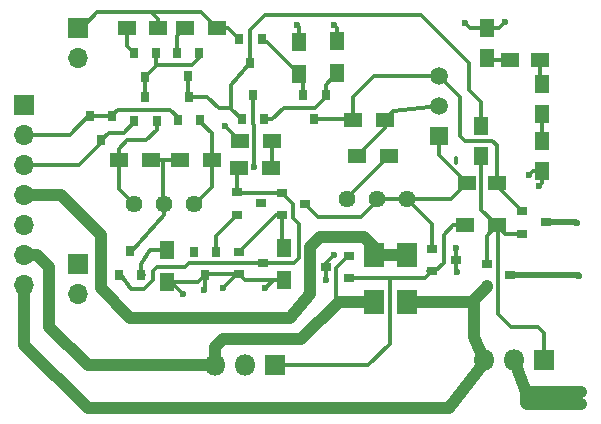
<source format=gbr>
G04 #@! TF.FileFunction,Copper,L1,Top,Signal*
%FSLAX46Y46*%
G04 Gerber Fmt 4.6, Leading zero omitted, Abs format (unit mm)*
G04 Created by KiCad (PCBNEW 4.0.7) date 01/09/23 23:27:53*
%MOMM*%
%LPD*%
G01*
G04 APERTURE LIST*
%ADD10C,0.100000*%
%ADD11R,1.700000X1.700000*%
%ADD12O,1.700000X1.700000*%
%ADD13R,1.800000X1.800000*%
%ADD14O,1.800000X1.800000*%
%ADD15R,0.800000X0.900000*%
%ADD16R,1.250000X1.500000*%
%ADD17R,1.500000X1.250000*%
%ADD18R,0.900000X0.800000*%
%ADD19C,1.440000*%
%ADD20R,1.500000X1.300000*%
%ADD21R,1.300000X1.500000*%
%ADD22C,1.520000*%
%ADD23R,1.520000X1.520000*%
%ADD24R,1.700000X2.000000*%
%ADD25C,0.600000*%
%ADD26C,0.350000*%
%ADD27C,1.000000*%
%ADD28C,0.500000*%
G04 APERTURE END LIST*
D10*
D11*
X53000000Y-65500000D03*
D12*
X53000000Y-68040000D03*
X53000000Y-70580000D03*
X53000000Y-73120000D03*
X53000000Y-75660000D03*
X53000000Y-78200000D03*
X53000000Y-80740000D03*
D13*
X74260000Y-87560000D03*
D14*
X71720000Y-87560000D03*
X69180000Y-87560000D03*
D15*
X67825000Y-61100000D03*
X65925000Y-61100000D03*
X66875000Y-63100000D03*
D16*
X92200000Y-59000000D03*
X92200000Y-61500000D03*
D17*
X94150000Y-61700000D03*
X96650000Y-61700000D03*
D16*
X96800000Y-63750000D03*
X96800000Y-66250000D03*
X96800000Y-68600000D03*
X96800000Y-71100000D03*
D17*
X93000000Y-72150000D03*
X90500000Y-72150000D03*
D16*
X91700000Y-67300000D03*
X91700000Y-69800000D03*
D18*
X71025000Y-72900000D03*
X71025000Y-74800000D03*
X73025000Y-73850000D03*
D15*
X69225000Y-77950000D03*
X67325000Y-77950000D03*
X68275000Y-79950000D03*
X66000000Y-66800000D03*
X67900000Y-66800000D03*
X66950000Y-64800000D03*
X61000000Y-79880000D03*
X62900000Y-79880000D03*
X61950000Y-77880000D03*
X64175000Y-61150000D03*
X62275000Y-61150000D03*
X63225000Y-63150000D03*
X62300000Y-66850000D03*
X64200000Y-66850000D03*
X63250000Y-64850000D03*
X71400000Y-66700000D03*
X73300000Y-66700000D03*
X72350000Y-64700000D03*
D18*
X71175000Y-77925000D03*
X71175000Y-79825000D03*
X73175000Y-78875000D03*
D15*
X78500000Y-64700000D03*
X76600000Y-64700000D03*
X77550000Y-66700000D03*
D18*
X74775000Y-72925000D03*
X74775000Y-74825000D03*
X76775000Y-73875000D03*
X95150000Y-74500000D03*
X95150000Y-76400000D03*
X97150000Y-75450000D03*
X87510000Y-77700000D03*
X87510000Y-79600000D03*
X89510000Y-78650000D03*
X92150000Y-78975000D03*
X92150000Y-80875000D03*
X94150000Y-79925000D03*
X80520000Y-80180000D03*
X80520000Y-78280000D03*
X78520000Y-79230000D03*
D19*
X62300000Y-73900000D03*
X64840000Y-73900000D03*
X67380000Y-73900000D03*
X80300000Y-73500000D03*
X82840000Y-73500000D03*
X85380000Y-73500000D03*
D20*
X69300000Y-59020000D03*
X66600000Y-59020000D03*
D21*
X65100000Y-77825000D03*
X65100000Y-80525000D03*
D20*
X64350000Y-59000000D03*
X61650000Y-59000000D03*
D21*
X79500000Y-60100000D03*
X79500000Y-62800000D03*
D20*
X71250000Y-68550000D03*
X73950000Y-68550000D03*
X73850000Y-70825000D03*
X71150000Y-70825000D03*
D21*
X76250000Y-60200000D03*
X76250000Y-62900000D03*
D20*
X80800000Y-66750000D03*
X83500000Y-66750000D03*
X81150000Y-69800000D03*
X83850000Y-69800000D03*
X93025000Y-75700000D03*
X90325000Y-75700000D03*
D15*
X60450000Y-66475000D03*
X58550000Y-66475000D03*
X59500000Y-68475000D03*
D21*
X75000000Y-77600000D03*
X75000000Y-80300000D03*
D11*
X57500000Y-79000000D03*
D12*
X57500000Y-81540000D03*
D11*
X57500000Y-59000000D03*
D12*
X57500000Y-61540000D03*
D20*
X66150000Y-70150000D03*
X68850000Y-70150000D03*
X61000000Y-70150000D03*
X63700000Y-70150000D03*
D22*
X88130000Y-65590000D03*
X88130000Y-63050000D03*
D23*
X88130000Y-68130000D03*
D13*
X97028000Y-87122000D03*
D14*
X94488000Y-87122000D03*
X91948000Y-87122000D03*
D24*
X85400000Y-82200000D03*
X85400000Y-78200000D03*
X82570000Y-78190000D03*
X82570000Y-82190000D03*
D15*
X73086000Y-59960000D03*
X71186000Y-59960000D03*
X72136000Y-61960000D03*
D25*
X100140000Y-90870000D03*
X100140000Y-89820000D03*
X99750000Y-75470000D03*
X100000000Y-80000000D03*
X79250000Y-58750000D03*
X76100000Y-58750000D03*
X70000000Y-67300000D03*
X90300000Y-58600000D03*
X93700000Y-58500000D03*
X78580000Y-80350000D03*
X79180000Y-78230000D03*
X89610000Y-79630000D03*
X89540000Y-77600000D03*
X72450000Y-70750000D03*
X73400000Y-81000000D03*
X95700000Y-71450000D03*
X96550000Y-72350000D03*
X66400000Y-81550000D03*
X68250000Y-81200000D03*
X69850000Y-81000000D03*
D26*
X89575000Y-70025000D02*
X89575000Y-70400000D01*
X63246000Y-57658000D02*
X67938000Y-57658000D01*
X67938000Y-57658000D02*
X69300000Y-59020000D01*
X57500000Y-59000000D02*
X57840000Y-59000000D01*
X57840000Y-59000000D02*
X59182000Y-57658000D01*
X59182000Y-57658000D02*
X63246000Y-57658000D01*
X63246000Y-57658000D02*
X63754000Y-57658000D01*
X63754000Y-57658000D02*
X64350000Y-58254000D01*
X64350000Y-58254000D02*
X64350000Y-59000000D01*
X69300000Y-59020000D02*
X70246000Y-59020000D01*
X70246000Y-59020000D02*
X71186000Y-59960000D01*
D27*
X95460000Y-89790000D02*
X95460000Y-90770000D01*
X95560000Y-90870000D02*
X100140000Y-90870000D01*
X95460000Y-90770000D02*
X95560000Y-90870000D01*
X94488000Y-87122000D02*
X95460000Y-89790000D01*
X95490000Y-89820000D02*
X100140000Y-89820000D01*
X95460000Y-89790000D02*
X95490000Y-89820000D01*
D28*
X97150000Y-75450000D02*
X99730000Y-75450000D01*
X99730000Y-75450000D02*
X99750000Y-75470000D01*
X94150000Y-79925000D02*
X99925000Y-79925000D01*
X99925000Y-79925000D02*
X100000000Y-80000000D01*
D26*
X79500000Y-60100000D02*
X79500000Y-59000000D01*
X79500000Y-59000000D02*
X79250000Y-58750000D01*
X76250000Y-60200000D02*
X76250000Y-58900000D01*
X76250000Y-58900000D02*
X76100000Y-58750000D01*
X71250000Y-68550000D02*
X70000000Y-67300000D01*
X92200000Y-59000000D02*
X90700000Y-59000000D01*
X90700000Y-59000000D02*
X90300000Y-58600000D01*
X92200000Y-59000000D02*
X93200000Y-59000000D01*
X93200000Y-59000000D02*
X93700000Y-58500000D01*
X94150000Y-61700000D02*
X92400000Y-61700000D01*
X92400000Y-61700000D02*
X92200000Y-61500000D01*
X96650000Y-61700000D02*
X96650000Y-63600000D01*
X96650000Y-63600000D02*
X96800000Y-63750000D01*
X96800000Y-66250000D02*
X96800000Y-68600000D01*
X78520000Y-79230000D02*
X78520000Y-80290000D01*
X78520000Y-80290000D02*
X78580000Y-80350000D01*
X78520000Y-79230000D02*
X78520000Y-78890000D01*
X78520000Y-78890000D02*
X79180000Y-78230000D01*
X89510000Y-78650000D02*
X89510000Y-79530000D01*
X89510000Y-79530000D02*
X89610000Y-79630000D01*
X89510000Y-78650000D02*
X89510000Y-77630000D01*
X89510000Y-77630000D02*
X89540000Y-77600000D01*
X72350000Y-64700000D02*
X72350000Y-67100000D01*
X72450000Y-67200000D02*
X72450000Y-70750000D01*
X72350000Y-67100000D02*
X72450000Y-67200000D01*
X75000000Y-80300000D02*
X74100000Y-80300000D01*
X74100000Y-80300000D02*
X73400000Y-81000000D01*
X96800000Y-71100000D02*
X96050000Y-71100000D01*
X96050000Y-71100000D02*
X95700000Y-71450000D01*
X96800000Y-71100000D02*
X96800000Y-72100000D01*
X96800000Y-72100000D02*
X96550000Y-72350000D01*
X65100000Y-80525000D02*
X65375000Y-80525000D01*
X65375000Y-80525000D02*
X66400000Y-81550000D01*
X68275000Y-79950000D02*
X68275000Y-81175000D01*
X68275000Y-81175000D02*
X68250000Y-81200000D01*
X71175000Y-79825000D02*
X71025000Y-79825000D01*
X71025000Y-79825000D02*
X69850000Y-81000000D01*
X75000000Y-80300000D02*
X71650000Y-80300000D01*
X71650000Y-80300000D02*
X71175000Y-79825000D01*
X65100000Y-80525000D02*
X67700000Y-80525000D01*
X67700000Y-80525000D02*
X68275000Y-79950000D01*
X71175000Y-79825000D02*
X68400000Y-79825000D01*
X68400000Y-79825000D02*
X68275000Y-79950000D01*
X89920000Y-66220000D02*
X89920000Y-64840000D01*
X89920000Y-64840000D02*
X88130000Y-63050000D01*
X80800000Y-66750000D02*
X80800000Y-64830000D01*
X80800000Y-64830000D02*
X82580000Y-63050000D01*
X82580000Y-63050000D02*
X88130000Y-63050000D01*
X93000000Y-72150000D02*
X93000000Y-68940000D01*
X93000000Y-68940000D02*
X92620000Y-68560000D01*
X92620000Y-68560000D02*
X90330000Y-68560000D01*
X90330000Y-68560000D02*
X89920000Y-68150000D01*
X89920000Y-68150000D02*
X89920000Y-66220000D01*
X89920000Y-66220000D02*
X89920000Y-65460000D01*
X77550000Y-66700000D02*
X80750000Y-66700000D01*
X80750000Y-66700000D02*
X80800000Y-66750000D01*
X93000000Y-72150000D02*
X93250000Y-72150000D01*
X93250000Y-72150000D02*
X93400000Y-72000000D01*
X93000000Y-72150000D02*
X93000000Y-72000000D01*
X77600000Y-66750000D02*
X77550000Y-66700000D01*
X77600000Y-66750000D02*
X77550000Y-66700000D01*
X93000000Y-72150000D02*
X93000000Y-72350000D01*
X93000000Y-72350000D02*
X95150000Y-74500000D01*
X88130000Y-68130000D02*
X88100000Y-69750000D01*
X88100000Y-69750000D02*
X90500000Y-72150000D01*
X85500000Y-73380000D02*
X85380000Y-73500000D01*
X87510000Y-77700000D02*
X87510000Y-75630000D01*
X87510000Y-75630000D02*
X85380000Y-73500000D01*
X85380000Y-73500000D02*
X82840000Y-73500000D01*
X85380000Y-73500000D02*
X89150000Y-73500000D01*
X89150000Y-73500000D02*
X90500000Y-72150000D01*
X85300000Y-73580000D02*
X85380000Y-73500000D01*
X82840000Y-73500000D02*
X82840000Y-73660000D01*
X82840000Y-73660000D02*
X81500000Y-75000000D01*
X81500000Y-75000000D02*
X77900000Y-75000000D01*
X77900000Y-75000000D02*
X76775000Y-73875000D01*
X85300000Y-73580000D02*
X85380000Y-73500000D01*
X76775000Y-74025000D02*
X76775000Y-73875000D01*
X85175000Y-73705000D02*
X85380000Y-73500000D01*
X76775000Y-73875000D02*
X76775000Y-73950000D01*
X72136000Y-61960000D02*
X72136000Y-59182000D01*
X91700000Y-65284000D02*
X91700000Y-67300000D01*
X90678000Y-64262000D02*
X91700000Y-65284000D01*
X90678000Y-61976000D02*
X90678000Y-64262000D01*
X86614000Y-57912000D02*
X90678000Y-61976000D01*
X73406000Y-57912000D02*
X86614000Y-57912000D01*
X72136000Y-59182000D02*
X73406000Y-57912000D01*
X70500000Y-65800000D02*
X70500000Y-63850000D01*
X70500000Y-63850000D02*
X72136000Y-61960000D01*
X66950000Y-64800000D02*
X68450000Y-64800000D01*
X68450000Y-64800000D02*
X69450000Y-65800000D01*
X69450000Y-65800000D02*
X70500000Y-65800000D01*
X70600000Y-65900000D02*
X71400000Y-66700000D01*
X70500000Y-65800000D02*
X70600000Y-65900000D01*
X66875000Y-63100000D02*
X66875000Y-64725000D01*
X66875000Y-64725000D02*
X66950000Y-64800000D01*
X66725000Y-63250000D02*
X66875000Y-63100000D01*
X93130000Y-82804000D02*
X93130000Y-83224000D01*
X97028000Y-84836000D02*
X97028000Y-87122000D01*
X96520000Y-84328000D02*
X97028000Y-84836000D01*
X94234000Y-84328000D02*
X96520000Y-84328000D01*
X93130000Y-83224000D02*
X94234000Y-84328000D01*
X93130000Y-82930000D02*
X93130000Y-82804000D01*
X93130000Y-82804000D02*
X93130000Y-75805000D01*
X93130000Y-75805000D02*
X93025000Y-75700000D01*
X91700000Y-69800000D02*
X91700000Y-74375000D01*
X91700000Y-74375000D02*
X93025000Y-75700000D01*
X95150000Y-76400000D02*
X93725000Y-76400000D01*
X93725000Y-76400000D02*
X93025000Y-75700000D01*
X92150000Y-78975000D02*
X92150000Y-76575000D01*
X92150000Y-76575000D02*
X93025000Y-75700000D01*
X73175000Y-78875000D02*
X75825000Y-78875000D01*
X75750000Y-73900000D02*
X74775000Y-72925000D01*
X75750000Y-75125000D02*
X75750000Y-73900000D01*
X76250000Y-75625000D02*
X75750000Y-75125000D01*
X76250000Y-78450000D02*
X76250000Y-75625000D01*
X75825000Y-78875000D02*
X76250000Y-78450000D01*
X61000000Y-79880000D02*
X61200000Y-79880000D01*
X61200000Y-79880000D02*
X62025000Y-81100000D01*
X62025000Y-81100000D02*
X63150000Y-81100000D01*
X63150000Y-81100000D02*
X63875000Y-80375000D01*
X63875000Y-80375000D02*
X63875000Y-79600000D01*
X63875000Y-79600000D02*
X64250000Y-79225000D01*
X64250000Y-79225000D02*
X66600000Y-79225000D01*
X66600000Y-79225000D02*
X66900000Y-78925000D01*
X66900000Y-78925000D02*
X73125000Y-78925000D01*
X73125000Y-78925000D02*
X73175000Y-78875000D01*
X74775000Y-72925000D02*
X74825000Y-72925000D01*
X71025000Y-72900000D02*
X71025000Y-70950000D01*
X71025000Y-70950000D02*
X71150000Y-70825000D01*
X74775000Y-72925000D02*
X71050000Y-72925000D01*
X71050000Y-72925000D02*
X71025000Y-72900000D01*
X69225000Y-77950000D02*
X69225000Y-76600000D01*
X69225000Y-76600000D02*
X71025000Y-74800000D01*
X60450000Y-66475000D02*
X60450000Y-66400000D01*
X60450000Y-66400000D02*
X60950000Y-65900000D01*
X65350000Y-65900000D02*
X66000000Y-66550000D01*
X60950000Y-65900000D02*
X65350000Y-65900000D01*
X66000000Y-66550000D02*
X66000000Y-66800000D01*
X58550000Y-66475000D02*
X58425000Y-66475000D01*
X58425000Y-66475000D02*
X56860000Y-68040000D01*
X56860000Y-68040000D02*
X53000000Y-68040000D01*
X60450000Y-66475000D02*
X58550000Y-66475000D01*
X59500000Y-68475000D02*
X59500000Y-68700000D01*
X59500000Y-68700000D02*
X57620000Y-70580000D01*
X57620000Y-70580000D02*
X53000000Y-70580000D01*
X62300000Y-66850000D02*
X62300000Y-66950000D01*
X62300000Y-66950000D02*
X61400000Y-67850000D01*
X61400000Y-67850000D02*
X60125000Y-67850000D01*
X60125000Y-67850000D02*
X59500000Y-68475000D01*
X53280000Y-70300000D02*
X53000000Y-70580000D01*
X53000000Y-70580000D02*
X53000000Y-70700000D01*
D27*
X63540000Y-83512000D02*
X61942000Y-83512000D01*
X56080000Y-73120000D02*
X53000000Y-73120000D01*
X59480000Y-76520000D02*
X56080000Y-73120000D01*
X59480000Y-81050000D02*
X59480000Y-76520000D01*
X61942000Y-83512000D02*
X59480000Y-81050000D01*
X75462000Y-83512000D02*
X63540000Y-83512000D01*
X63540000Y-83512000D02*
X62512000Y-83512000D01*
X77190000Y-81530000D02*
X75462000Y-83512000D01*
X81730000Y-76710000D02*
X78040000Y-76710000D01*
X82570000Y-77550000D02*
X81730000Y-76710000D01*
X77190000Y-77560000D02*
X77190000Y-81530000D01*
X78040000Y-76710000D02*
X77190000Y-77560000D01*
X82570000Y-78190000D02*
X82570000Y-77550000D01*
X85400000Y-78200000D02*
X82580000Y-78200000D01*
X82580000Y-78200000D02*
X82570000Y-78190000D01*
D26*
X82640000Y-77840000D02*
X82610000Y-77840000D01*
X85170000Y-77650000D02*
X85190000Y-77670000D01*
X67900000Y-66800000D02*
X67900000Y-66950000D01*
X67900000Y-66950000D02*
X68850000Y-67900000D01*
X68850000Y-67900000D02*
X68850000Y-70150000D01*
X67380000Y-73900000D02*
X67450000Y-73900000D01*
X67450000Y-73900000D02*
X68850000Y-72500000D01*
X68850000Y-72500000D02*
X68850000Y-70150000D01*
X67750000Y-73530000D02*
X67380000Y-73900000D01*
X67825000Y-61500000D02*
X67225000Y-62100000D01*
X67225000Y-62100000D02*
X64175000Y-62100000D01*
X67825000Y-61100000D02*
X67825000Y-61500000D01*
X63250000Y-64850000D02*
X63250000Y-63175000D01*
X63250000Y-63175000D02*
X63225000Y-63150000D01*
X64175000Y-61150000D02*
X64175000Y-62100000D01*
X64175000Y-62100000D02*
X64175000Y-62200000D01*
X64175000Y-62200000D02*
X63225000Y-63150000D01*
X64175000Y-61150000D02*
X64175000Y-60925000D01*
X65925000Y-61100000D02*
X65925000Y-59695000D01*
X65925000Y-59695000D02*
X66600000Y-59020000D01*
X65925000Y-61100000D02*
X65925000Y-60825000D01*
X62900000Y-79880000D02*
X62890000Y-78950000D01*
X63650000Y-77825000D02*
X65100000Y-77825000D01*
X62890000Y-78950000D02*
X63650000Y-77825000D01*
X62900000Y-79880000D02*
X63100000Y-79880000D01*
X62950000Y-79830000D02*
X62900000Y-79880000D01*
X64750000Y-70150000D02*
X64750000Y-73810000D01*
X64750000Y-73810000D02*
X64840000Y-73900000D01*
X66150000Y-70150000D02*
X64750000Y-70150000D01*
X64750000Y-70150000D02*
X63700000Y-70150000D01*
X61950000Y-77880000D02*
X62150000Y-77880000D01*
X62150000Y-77880000D02*
X64840000Y-74835000D01*
X64840000Y-74835000D02*
X64840000Y-73900000D01*
X61950000Y-77880000D02*
X61950000Y-77705000D01*
X62010000Y-77820000D02*
X61950000Y-77880000D01*
X61650000Y-59000000D02*
X61650000Y-60525000D01*
X61650000Y-60525000D02*
X62275000Y-61150000D01*
X61000000Y-70150000D02*
X61000000Y-69200000D01*
X64200000Y-67600000D02*
X64200000Y-66850000D01*
X63300000Y-68500000D02*
X64200000Y-67600000D01*
X61700000Y-68500000D02*
X63300000Y-68500000D01*
X61000000Y-69200000D02*
X61700000Y-68500000D01*
X61000000Y-70150000D02*
X61150000Y-70150000D01*
X61000000Y-70150000D02*
X61000000Y-72600000D01*
X61000000Y-72600000D02*
X62300000Y-73900000D01*
X78500000Y-64700000D02*
X78500000Y-63800000D01*
X78500000Y-63800000D02*
X79500000Y-62800000D01*
X78500000Y-64700000D02*
X78500000Y-64850000D01*
X78500000Y-64850000D02*
X77600000Y-65750000D01*
X74000000Y-66700000D02*
X73300000Y-66700000D01*
X74950000Y-65750000D02*
X74000000Y-66700000D01*
X77600000Y-65750000D02*
X74950000Y-65750000D01*
X74775000Y-74825000D02*
X74775000Y-77375000D01*
X74775000Y-77375000D02*
X75000000Y-77600000D01*
X74775000Y-74825000D02*
X74275000Y-74825000D01*
X74275000Y-74825000D02*
X71175000Y-77925000D01*
X73086000Y-59960000D02*
X73594000Y-60244000D01*
X73594000Y-60244000D02*
X76250000Y-62900000D01*
X76600000Y-64700000D02*
X76600000Y-63250000D01*
X76600000Y-63250000D02*
X76250000Y-62900000D01*
X74260000Y-87560000D02*
X82130000Y-87560000D01*
X83980000Y-85710000D02*
X83980000Y-80180000D01*
X82130000Y-87560000D02*
X83980000Y-85710000D01*
X74670000Y-87150000D02*
X74260000Y-87560000D01*
X80520000Y-80180000D02*
X83980000Y-80180000D01*
X83980000Y-80180000D02*
X83990000Y-80180000D01*
X86930000Y-80180000D02*
X87510000Y-79600000D01*
X83990000Y-80180000D02*
X86930000Y-80180000D01*
X87510000Y-79600000D02*
X87190000Y-79600000D01*
X87510000Y-79600000D02*
X87800000Y-79600000D01*
X87800000Y-79600000D02*
X88510000Y-78890000D01*
X88510000Y-78890000D02*
X88510000Y-76520000D01*
X88510000Y-76520000D02*
X89330000Y-75700000D01*
X89330000Y-75700000D02*
X90325000Y-75700000D01*
X73950000Y-68550000D02*
X73950000Y-70725000D01*
X73950000Y-70725000D02*
X73850000Y-70825000D01*
X73850000Y-70825000D02*
X74050000Y-70825000D01*
X73875000Y-70800000D02*
X73850000Y-70825000D01*
X80300000Y-73350000D02*
X83850000Y-69800000D01*
X80300000Y-73500000D02*
X80300000Y-73350000D01*
X80300000Y-73500000D02*
X80300000Y-73400000D01*
D27*
X69180000Y-86014000D02*
X69180000Y-87560000D01*
X82570000Y-82190000D02*
X79608000Y-82190000D01*
X79608000Y-82190000D02*
X76454000Y-85344000D01*
X76454000Y-85344000D02*
X69850000Y-85344000D01*
X69850000Y-85344000D02*
X69180000Y-86014000D01*
X53000000Y-78200000D02*
X54070000Y-78200000D01*
X54070000Y-78200000D02*
X55118000Y-79248000D01*
X55118000Y-79248000D02*
X55118000Y-84328000D01*
X55118000Y-84328000D02*
X58350000Y-87560000D01*
X58350000Y-87560000D02*
X69180000Y-87560000D01*
D26*
X80380000Y-82190000D02*
X79720000Y-82190000D01*
X79350000Y-79330000D02*
X80400000Y-78280000D01*
X79350000Y-81820000D02*
X79350000Y-79330000D01*
X79720000Y-82190000D02*
X79350000Y-81820000D01*
D27*
X82570000Y-82190000D02*
X80380000Y-82190000D01*
D26*
X80400000Y-78280000D02*
X80520000Y-78280000D01*
X80210000Y-78280000D02*
X80520000Y-78280000D01*
X53220000Y-78200000D02*
X53000000Y-78200000D01*
D27*
X91948000Y-87122000D02*
X91948000Y-87332000D01*
X91948000Y-87332000D02*
X88960000Y-91170000D01*
X53000000Y-85810000D02*
X53000000Y-80740000D01*
X58360000Y-91170000D02*
X53000000Y-85810000D01*
X88960000Y-91170000D02*
X58360000Y-91170000D01*
X91050000Y-82060000D02*
X91050000Y-85130000D01*
X91050000Y-85130000D02*
X91948000Y-87122000D01*
X92150000Y-80875000D02*
X92150000Y-80960000D01*
X92150000Y-80960000D02*
X91050000Y-82060000D01*
X91050000Y-82060000D02*
X90910000Y-82200000D01*
X90910000Y-82200000D02*
X85400000Y-82200000D01*
D26*
X88130000Y-65590000D02*
X84190000Y-66060000D01*
X84190000Y-66060000D02*
X83500000Y-66750000D01*
X83500000Y-66750000D02*
X83500000Y-67450000D01*
X83500000Y-67450000D02*
X81150000Y-69800000D01*
M02*

</source>
